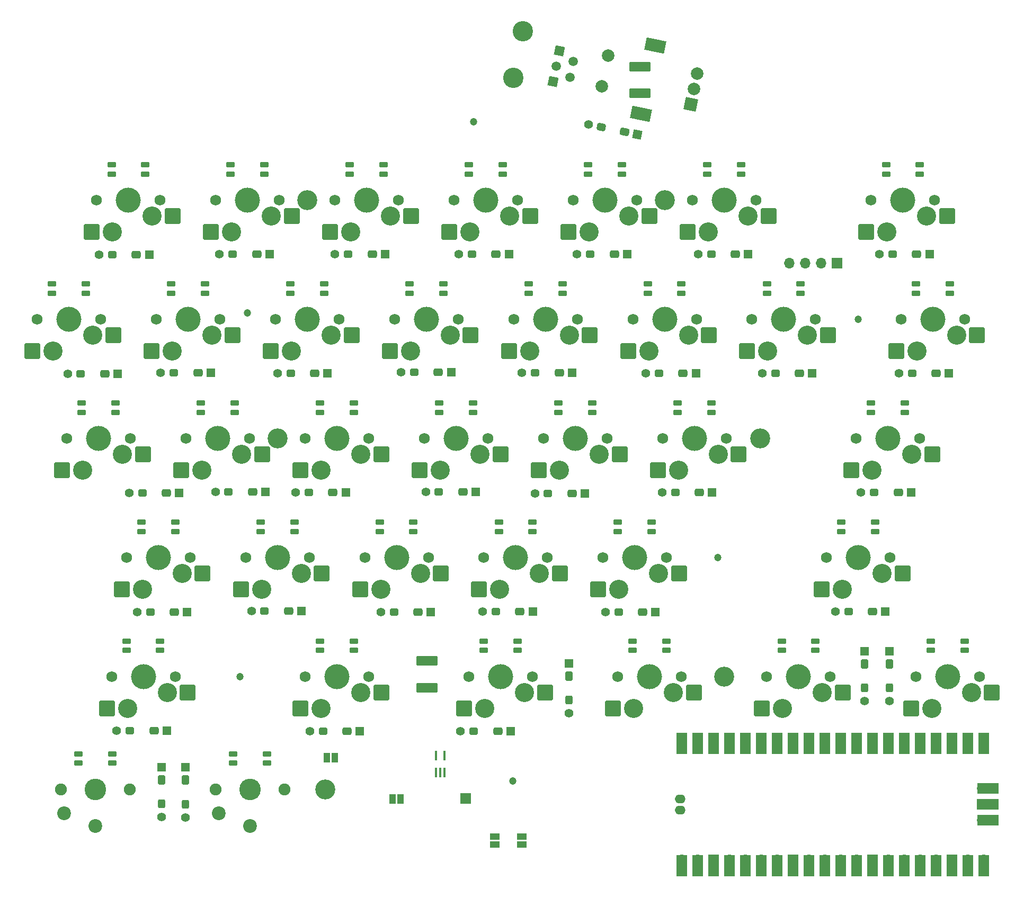
<source format=gbr>
%TF.GenerationSoftware,KiCad,Pcbnew,8.0.7*%
%TF.CreationDate,2025-08-07T20:18:05+02:00*%
%TF.ProjectId,pcb_keyboard_dx_rj11,7063625f-6b65-4796-926f-6172645f6478,rev?*%
%TF.SameCoordinates,Original*%
%TF.FileFunction,Soldermask,Bot*%
%TF.FilePolarity,Negative*%
%FSLAX46Y46*%
G04 Gerber Fmt 4.6, Leading zero omitted, Abs format (unit mm)*
G04 Created by KiCad (PCBNEW 8.0.7) date 2025-08-07 20:18:05*
%MOMM*%
%LPD*%
G01*
G04 APERTURE LIST*
G04 Aperture macros list*
%AMRoundRect*
0 Rectangle with rounded corners*
0 $1 Rounding radius*
0 $2 $3 $4 $5 $6 $7 $8 $9 X,Y pos of 4 corners*
0 Add a 4 corners polygon primitive as box body*
4,1,4,$2,$3,$4,$5,$6,$7,$8,$9,$2,$3,0*
0 Add four circle primitives for the rounded corners*
1,1,$1+$1,$2,$3*
1,1,$1+$1,$4,$5*
1,1,$1+$1,$6,$7*
1,1,$1+$1,$8,$9*
0 Add four rect primitives between the rounded corners*
20,1,$1+$1,$2,$3,$4,$5,0*
20,1,$1+$1,$4,$5,$6,$7,0*
20,1,$1+$1,$6,$7,$8,$9,0*
20,1,$1+$1,$8,$9,$2,$3,0*%
%AMRotRect*
0 Rectangle, with rotation*
0 The origin of the aperture is its center*
0 $1 length*
0 $2 width*
0 $3 Rotation angle, in degrees counterclockwise*
0 Add horizontal line*
21,1,$1,$2,0,0,$3*%
G04 Aperture macros list end*
%ADD10C,1.900000*%
%ADD11C,3.450000*%
%ADD12C,2.200000*%
%ADD13C,1.200000*%
%ADD14C,3.200000*%
%ADD15C,1.750000*%
%ADD16C,3.050000*%
%ADD17C,4.000000*%
%ADD18RoundRect,0.250000X1.025000X1.000000X-1.025000X1.000000X-1.025000X-1.000000X1.025000X-1.000000X0*%
%ADD19R,1.700000X1.700000*%
%ADD20C,3.250000*%
%ADD21RotRect,1.520000X1.520000X258.400000*%
%ADD22C,1.520000*%
%ADD23RotRect,2.000000X2.000000X168.400000*%
%ADD24C,2.000000*%
%ADD25RotRect,3.200000X2.000000X168.400000*%
%ADD26R,1.400000X1.400000*%
%ADD27RoundRect,0.300000X-0.300000X0.450000X-0.300000X-0.450000X0.300000X-0.450000X0.300000X0.450000X0*%
%ADD28RoundRect,0.300000X-0.300000X0.400000X-0.300000X-0.400000X0.300000X-0.400000X0.300000X0.400000X0*%
%ADD29C,1.400000*%
%ADD30R,1.000000X1.500000*%
%ADD31R,1.500000X1.000000*%
%ADD32RoundRect,0.205000X-0.495000X-0.205000X0.495000X-0.205000X0.495000X0.205000X-0.495000X0.205000X0*%
%ADD33RoundRect,0.300000X0.450000X0.300000X-0.450000X0.300000X-0.450000X-0.300000X0.450000X-0.300000X0*%
%ADD34RoundRect,0.300000X0.400000X0.300000X-0.400000X0.300000X-0.400000X-0.300000X0.400000X-0.300000X0*%
%ADD35O,1.700000X1.700000*%
%ADD36R,1.700000X3.500000*%
%ADD37R,3.500000X1.700000*%
%ADD38O,1.700000X1.400000*%
%ADD39RoundRect,0.205000X0.495000X0.205000X-0.495000X0.205000X-0.495000X-0.205000X0.495000X-0.205000X0*%
%ADD40RotRect,1.400000X1.400000X168.400000*%
%ADD41RoundRect,0.300000X0.501132X0.203388X-0.380485X0.384358X-0.501132X-0.203388X0.380485X-0.384358X0*%
%ADD42RoundRect,0.300000X0.452153X0.213441X-0.331507X0.374304X-0.452153X-0.213441X0.331507X-0.374304X0*%
%ADD43RoundRect,0.100000X0.100000X-0.650000X0.100000X0.650000X-0.100000X0.650000X-0.100000X-0.650000X0*%
%ADD44RoundRect,0.250000X-1.450000X0.537500X-1.450000X-0.537500X1.450000X-0.537500X1.450000X0.537500X0*%
G04 APERTURE END LIST*
D10*
%TO.C,S3*%
X47075669Y-149882000D03*
D11*
X41575669Y-149882000D03*
D10*
X36075669Y-149882000D03*
D12*
X41575669Y-155782000D03*
X36575669Y-153682000D03*
%TD*%
D13*
%TO.C,H2*%
X101983169Y-43163000D03*
%TD*%
D14*
%TO.C,H8*%
X142108169Y-131877000D03*
%TD*%
D15*
%TO.C,S8*%
X54324419Y-131857000D03*
D16*
X53054419Y-134397000D03*
D17*
X49244419Y-131857000D03*
D16*
X46704419Y-136937000D03*
D15*
X44164419Y-131857000D03*
D18*
X56329419Y-134397000D03*
X43402419Y-136937000D03*
%TD*%
D14*
%TO.C,H6*%
X75418169Y-55687000D03*
%TD*%
D15*
%TO.C,S18*%
X94788169Y-112817000D03*
D16*
X93518169Y-115357000D03*
D17*
X89708169Y-112817000D03*
D16*
X87168169Y-117897000D03*
D15*
X84628169Y-112817000D03*
D18*
X96793169Y-115357000D03*
X83866169Y-117897000D03*
%TD*%
D13*
%TO.C,H3*%
X163494669Y-74737000D03*
%TD*%
D15*
%TO.C,S6*%
X66228169Y-93777000D03*
D16*
X64958169Y-96317000D03*
D17*
X61148169Y-93777000D03*
D16*
X58608169Y-98857000D03*
D15*
X56068169Y-93777000D03*
D18*
X68233169Y-96317000D03*
X55306169Y-98857000D03*
%TD*%
D15*
%TO.C,S32*%
X175718169Y-55687000D03*
D16*
X174448169Y-58227000D03*
D17*
X170638169Y-55687000D03*
D16*
X168098169Y-60767000D03*
D15*
X165558169Y-55687000D03*
D18*
X177723169Y-58227000D03*
X164796169Y-60767000D03*
%TD*%
D15*
%TO.C,S33*%
X180480669Y-74737000D03*
D16*
X179210669Y-77277000D03*
D17*
X175400669Y-74737000D03*
D16*
X172860669Y-79817000D03*
D15*
X170320669Y-74737000D03*
D18*
X182485669Y-77277000D03*
X169558669Y-79817000D03*
%TD*%
D15*
%TO.C,S25*%
X137628169Y-74737000D03*
D16*
X136358169Y-77277000D03*
D17*
X132548169Y-74737000D03*
D16*
X130008169Y-79817000D03*
D15*
X127468169Y-74737000D03*
D18*
X139633169Y-77277000D03*
X126706169Y-79817000D03*
%TD*%
D14*
%TO.C,H12*%
X78325669Y-149882000D03*
%TD*%
D15*
%TO.C,S5*%
X61468169Y-74737000D03*
D16*
X60198169Y-77277000D03*
D17*
X56388169Y-74737000D03*
D16*
X53848169Y-79817000D03*
D15*
X51308169Y-74737000D03*
D18*
X63473169Y-77277000D03*
X50546169Y-79817000D03*
%TD*%
D15*
%TO.C,S7*%
X56708169Y-112817000D03*
D16*
X55438169Y-115357000D03*
D17*
X51628169Y-112817000D03*
D16*
X49088169Y-117897000D03*
D15*
X46548169Y-112817000D03*
D18*
X58713169Y-115357000D03*
X45786169Y-117897000D03*
%TD*%
D15*
%TO.C,S36*%
X182861919Y-131857000D03*
D16*
X181591919Y-134397000D03*
D17*
X177781919Y-131857000D03*
D16*
X175241919Y-136937000D03*
D15*
X172701919Y-131857000D03*
D18*
X184866919Y-134397000D03*
X171939919Y-136937000D03*
%TD*%
D15*
%TO.C,S30*%
X156668169Y-74737000D03*
D16*
X155398169Y-77277000D03*
D17*
X151588169Y-74737000D03*
D16*
X149048169Y-79817000D03*
D15*
X146508169Y-74737000D03*
D18*
X158673169Y-77277000D03*
X145746169Y-79817000D03*
%TD*%
D15*
%TO.C,S2*%
X47188169Y-93777000D03*
D16*
X45918169Y-96317000D03*
D17*
X42108169Y-93777000D03*
D16*
X39568169Y-98857000D03*
D15*
X37028169Y-93777000D03*
D18*
X49193169Y-96317000D03*
X36266169Y-98857000D03*
%TD*%
D13*
%TO.C,H13*%
X141097169Y-112817000D03*
%TD*%
D15*
%TO.C,S27*%
X132868169Y-112817000D03*
D16*
X131598169Y-115357000D03*
D17*
X127788169Y-112817000D03*
D16*
X125248169Y-117897000D03*
D15*
X122708169Y-112817000D03*
D18*
X134873169Y-115357000D03*
X121946169Y-117897000D03*
%TD*%
D15*
%TO.C,S9*%
X70983169Y-55687000D03*
D16*
X69713169Y-58227000D03*
D17*
X65903169Y-55687000D03*
D16*
X63363169Y-60767000D03*
D15*
X60823169Y-55687000D03*
D18*
X72988169Y-58227000D03*
X60061169Y-60767000D03*
%TD*%
D15*
%TO.C,S10*%
X80508169Y-74737000D03*
D16*
X79238169Y-77277000D03*
D17*
X75428169Y-74737000D03*
D16*
X72888169Y-79817000D03*
D15*
X70348169Y-74737000D03*
D18*
X82513169Y-77277000D03*
X69586169Y-79817000D03*
%TD*%
D15*
%TO.C,S1*%
X42428169Y-74737000D03*
D16*
X41158169Y-77277000D03*
D17*
X37348169Y-74737000D03*
D16*
X34808169Y-79817000D03*
D15*
X32268169Y-74737000D03*
D18*
X44433169Y-77277000D03*
X31506169Y-79817000D03*
%TD*%
D19*
%TO.C,TP1*%
X100758169Y-151317000D03*
%TD*%
D15*
%TO.C,S13*%
X85265669Y-131857000D03*
D16*
X83995669Y-134397000D03*
D17*
X80185669Y-131857000D03*
D16*
X77645669Y-136937000D03*
D15*
X75105669Y-131857000D03*
D18*
X87270669Y-134397000D03*
X74343669Y-136937000D03*
%TD*%
D15*
%TO.C,S17*%
X104308169Y-93777000D03*
D16*
X103038169Y-96317000D03*
D17*
X99228169Y-93777000D03*
D16*
X96688169Y-98857000D03*
D15*
X94148169Y-93777000D03*
D18*
X106313169Y-96317000D03*
X93386169Y-98857000D03*
%TD*%
D14*
%TO.C,H10*%
X70663169Y-93777000D03*
%TD*%
%TO.C,H9*%
X147808169Y-93777000D03*
%TD*%
%TO.C,H7*%
X132548169Y-55687000D03*
%TD*%
D15*
%TO.C,S23*%
X111446919Y-131857000D03*
D16*
X110176919Y-134397000D03*
D17*
X106366919Y-131857000D03*
D16*
X103826919Y-136937000D03*
D15*
X101286919Y-131857000D03*
D18*
X113451919Y-134397000D03*
X100524919Y-136937000D03*
%TD*%
D15*
%TO.C,S21*%
X123348169Y-93777000D03*
D16*
X122078169Y-96317000D03*
D17*
X118268169Y-93777000D03*
D16*
X115728169Y-98857000D03*
D15*
X113188169Y-93777000D03*
D18*
X125353169Y-96317000D03*
X112426169Y-98857000D03*
%TD*%
D15*
%TO.C,S31*%
X159046919Y-131857000D03*
D16*
X157776919Y-134397000D03*
D17*
X153966919Y-131857000D03*
D16*
X151426919Y-136937000D03*
D15*
X148886919Y-131857000D03*
D18*
X161051919Y-134397000D03*
X148124919Y-136937000D03*
%TD*%
D15*
%TO.C,S28*%
X135246919Y-131857000D03*
D16*
X133976919Y-134397000D03*
D17*
X130166919Y-131857000D03*
D16*
X127626919Y-136937000D03*
D15*
X125086919Y-131857000D03*
D18*
X137251919Y-134397000D03*
X124324919Y-136937000D03*
%TD*%
D15*
%TO.C,S24*%
X128103169Y-55687000D03*
D16*
X126833169Y-58227000D03*
D17*
X123023169Y-55687000D03*
D16*
X120483169Y-60767000D03*
D15*
X117943169Y-55687000D03*
D18*
X130108169Y-58227000D03*
X117181169Y-60767000D03*
%TD*%
D15*
%TO.C,S35*%
X168574419Y-112817000D03*
D16*
X167304419Y-115357000D03*
D17*
X163494419Y-112817000D03*
D16*
X160954419Y-117897000D03*
D15*
X158414419Y-112817000D03*
D18*
X170579419Y-115357000D03*
X157652419Y-117897000D03*
%TD*%
D20*
%TO.C,J1*%
X109894419Y-28667000D03*
X108362206Y-36131364D03*
D21*
X115740719Y-31765855D03*
X114719243Y-36742098D03*
D22*
X117973469Y-33520656D03*
X115229980Y-34253978D03*
X117462732Y-36008775D03*
%TD*%
D15*
%TO.C,S26*%
X142388169Y-93777000D03*
D16*
X141118169Y-96317000D03*
D17*
X137308169Y-93777000D03*
D16*
X134768169Y-98857000D03*
D15*
X132228169Y-93777000D03*
D18*
X144393169Y-96317000D03*
X131466169Y-98857000D03*
%TD*%
D15*
%TO.C,S11*%
X85268169Y-93777000D03*
D16*
X83998169Y-96317000D03*
D17*
X80188169Y-93777000D03*
D16*
X77648169Y-98857000D03*
D15*
X75108169Y-93777000D03*
D18*
X87273169Y-96317000D03*
X74346169Y-98857000D03*
%TD*%
D13*
%TO.C,H11*%
X108325669Y-148506000D03*
%TD*%
D15*
%TO.C,S4*%
X51943169Y-55687000D03*
D16*
X50673169Y-58227000D03*
D17*
X46863169Y-55687000D03*
D16*
X44323169Y-60767000D03*
D15*
X41783169Y-55687000D03*
D18*
X53948169Y-58227000D03*
X41021169Y-60767000D03*
%TD*%
D13*
%TO.C,H4*%
X64723419Y-131857000D03*
%TD*%
D15*
%TO.C,S12*%
X75748169Y-112817000D03*
D16*
X74478169Y-115357000D03*
D17*
X70668169Y-112817000D03*
D16*
X68128169Y-117897000D03*
D15*
X65588169Y-112817000D03*
D18*
X77753169Y-115357000D03*
X64826169Y-117897000D03*
%TD*%
D10*
%TO.C,S14*%
X71825669Y-149882000D03*
D11*
X66325669Y-149882000D03*
D10*
X60825669Y-149882000D03*
D12*
X66325669Y-155782000D03*
X61325669Y-153682000D03*
%TD*%
D15*
%TO.C,S20*%
X118588169Y-74737000D03*
D16*
X117318169Y-77277000D03*
D17*
X113508169Y-74737000D03*
D16*
X110968169Y-79817000D03*
D15*
X108428169Y-74737000D03*
D18*
X120593169Y-77277000D03*
X107666169Y-79817000D03*
%TD*%
D15*
%TO.C,S19*%
X109063169Y-55687000D03*
D16*
X107793169Y-58227000D03*
D17*
X103983169Y-55687000D03*
D16*
X101443169Y-60767000D03*
D15*
X98903169Y-55687000D03*
D18*
X111068169Y-58227000D03*
X98141169Y-60767000D03*
%TD*%
D15*
%TO.C,S22*%
X113828169Y-112817000D03*
D16*
X112558169Y-115357000D03*
D17*
X108748169Y-112817000D03*
D16*
X106208169Y-117897000D03*
D15*
X103668169Y-112817000D03*
D18*
X115833169Y-115357000D03*
X102906169Y-117897000D03*
%TD*%
D15*
%TO.C,S15*%
X90023169Y-55687000D03*
D16*
X88753169Y-58227000D03*
D17*
X84943169Y-55687000D03*
D16*
X82403169Y-60767000D03*
D15*
X79863169Y-55687000D03*
D18*
X92028169Y-58227000D03*
X79101169Y-60767000D03*
%TD*%
D15*
%TO.C,S16*%
X99548169Y-74737000D03*
D16*
X98278169Y-77277000D03*
D17*
X94468169Y-74737000D03*
D16*
X91928169Y-79817000D03*
D15*
X89388169Y-74737000D03*
D18*
X101553169Y-77277000D03*
X88626169Y-79817000D03*
%TD*%
D23*
%TO.C,SW2*%
X136754362Y-40344877D03*
D24*
X137759750Y-35447000D03*
X137257055Y-37895938D03*
D25*
X128784205Y-41873475D03*
X131036277Y-30902233D03*
D24*
X123555909Y-32531370D03*
X122550519Y-37429247D03*
%TD*%
D15*
%TO.C,S29*%
X147143169Y-55687000D03*
D16*
X145873169Y-58227000D03*
D17*
X142063169Y-55687000D03*
D16*
X139523169Y-60767000D03*
D15*
X136983169Y-55687000D03*
D18*
X149148169Y-58227000D03*
X136221169Y-60767000D03*
%TD*%
D13*
%TO.C,H1*%
X65903169Y-73737000D03*
%TD*%
D15*
%TO.C,S34*%
X173336919Y-93777000D03*
D16*
X172066919Y-96317000D03*
D17*
X168256919Y-93777000D03*
D16*
X165716919Y-98857000D03*
D15*
X163176919Y-93777000D03*
D18*
X175341919Y-96317000D03*
X162414919Y-98857000D03*
%TD*%
D26*
%TO.C,D31*%
X164473169Y-127787000D03*
D27*
X164473169Y-129837000D03*
D28*
X164473169Y-133687000D03*
D29*
X164473169Y-135787000D03*
%TD*%
D30*
%TO.C,JP3*%
X78535669Y-144852000D03*
X79835669Y-144852000D03*
%TD*%
D31*
%TO.C,JP2*%
X109733169Y-157437000D03*
X109733169Y-158737000D03*
%TD*%
D32*
%TO.C,LED21*%
X120968169Y-89588000D03*
X120968169Y-88088000D03*
X115568169Y-88088000D03*
X115568169Y-89588000D03*
%TD*%
D26*
%TO.C,D11*%
X81593169Y-102427000D03*
D33*
X79543169Y-102427000D03*
D34*
X75693169Y-102427000D03*
D29*
X73593169Y-102427000D03*
%TD*%
D32*
%TO.C,LED32*%
X173338169Y-51498000D03*
X173338169Y-49998000D03*
X167938169Y-49998000D03*
X167938169Y-51498000D03*
%TD*%
%TO.C,LED36*%
X180481919Y-127668000D03*
X180481919Y-126168000D03*
X175081919Y-126168000D03*
X175081919Y-127668000D03*
%TD*%
D26*
%TO.C,D9*%
X69413169Y-64317000D03*
D33*
X67363169Y-64317000D03*
D34*
X63513169Y-64317000D03*
D29*
X61413169Y-64317000D03*
%TD*%
D32*
%TO.C,LED24*%
X125723169Y-51498000D03*
X125723169Y-49998000D03*
X120323169Y-49998000D03*
X120323169Y-51498000D03*
%TD*%
D35*
%TO.C,U1*%
X135303169Y-143407000D03*
D36*
X135303169Y-142507000D03*
D35*
X137843169Y-143407000D03*
D36*
X137843169Y-142507000D03*
D19*
X140383169Y-143407000D03*
D36*
X140383169Y-142507000D03*
D35*
X142923169Y-143407000D03*
D36*
X142923169Y-142507000D03*
D35*
X145463169Y-143407000D03*
D36*
X145463169Y-142507000D03*
D35*
X148003169Y-143407000D03*
D36*
X148003169Y-142507000D03*
D35*
X150543169Y-143407000D03*
D36*
X150543169Y-142507000D03*
D19*
X153083169Y-143407000D03*
D36*
X153083169Y-142507000D03*
D35*
X155623169Y-143407000D03*
D36*
X155623169Y-142507000D03*
D35*
X158163169Y-143407000D03*
D36*
X158163169Y-142507000D03*
D35*
X160703169Y-143407000D03*
D36*
X160703169Y-142507000D03*
D35*
X163243169Y-143407000D03*
D36*
X163243169Y-142507000D03*
D19*
X165783169Y-143407000D03*
D36*
X165783169Y-142507000D03*
D35*
X168323169Y-143407000D03*
D36*
X168323169Y-142507000D03*
D35*
X170863169Y-143407000D03*
D36*
X170863169Y-142507000D03*
D35*
X173403169Y-143407000D03*
D36*
X173403169Y-142507000D03*
D35*
X175943169Y-143407000D03*
D36*
X175943169Y-142507000D03*
D19*
X178483169Y-143407000D03*
D36*
X178483169Y-142507000D03*
D35*
X181023169Y-143407000D03*
D36*
X181023169Y-142507000D03*
D35*
X183563169Y-143407000D03*
D36*
X183563169Y-142507000D03*
D35*
X183563169Y-161187000D03*
D36*
X183563169Y-162087000D03*
D35*
X181023169Y-161187000D03*
D36*
X181023169Y-162087000D03*
D19*
X178483169Y-161187000D03*
D36*
X178483169Y-162087000D03*
D35*
X175943169Y-161187000D03*
D36*
X175943169Y-162087000D03*
D35*
X173403169Y-161187000D03*
D36*
X173403169Y-162087000D03*
D35*
X170863169Y-161187000D03*
D36*
X170863169Y-162087000D03*
D35*
X168323169Y-161187000D03*
D36*
X168323169Y-162087000D03*
D19*
X165783169Y-161187000D03*
D36*
X165783169Y-162087000D03*
D35*
X163243169Y-161187000D03*
D36*
X163243169Y-162087000D03*
D35*
X160703169Y-161187000D03*
D36*
X160703169Y-162087000D03*
D35*
X158163169Y-161187000D03*
D36*
X158163169Y-162087000D03*
D35*
X155623169Y-161187000D03*
D36*
X155623169Y-162087000D03*
D19*
X153083169Y-161187000D03*
D36*
X153083169Y-162087000D03*
D35*
X150543169Y-161187000D03*
D36*
X150543169Y-162087000D03*
D35*
X148003169Y-161187000D03*
D36*
X148003169Y-162087000D03*
D35*
X145463169Y-161187000D03*
D36*
X145463169Y-162087000D03*
D35*
X142923169Y-161187000D03*
D36*
X142923169Y-162087000D03*
D19*
X140383169Y-161187000D03*
D36*
X140383169Y-162087000D03*
D35*
X137843169Y-161187000D03*
D36*
X137843169Y-162087000D03*
D35*
X135303169Y-161187000D03*
D36*
X135303169Y-162087000D03*
D35*
X183333169Y-149757000D03*
D37*
X184233169Y-149757000D03*
D19*
X183333169Y-152297000D03*
D37*
X184233169Y-152297000D03*
D35*
X183333169Y-154837000D03*
D37*
X184233169Y-154837000D03*
D38*
X135033169Y-151397000D03*
X135033169Y-153197000D03*
%TD*%
D26*
%TO.C,D24*%
X126563169Y-64337000D03*
D33*
X124513169Y-64337000D03*
D34*
X120663169Y-64337000D03*
D29*
X118563169Y-64337000D03*
%TD*%
D39*
%TO.C,LED5*%
X53688169Y-69048000D03*
X53688169Y-70548000D03*
X59088169Y-70548000D03*
X59088169Y-69048000D03*
%TD*%
D26*
%TO.C,D28*%
X117253169Y-129717000D03*
D27*
X117253169Y-131767000D03*
D28*
X117253169Y-135617000D03*
D29*
X117253169Y-137717000D03*
%TD*%
D32*
%TO.C,LED2*%
X44808169Y-89588000D03*
X44808169Y-88088000D03*
X39408169Y-88088000D03*
X39408169Y-89588000D03*
%TD*%
D39*
%TO.C,LED12*%
X67968169Y-107128000D03*
X67968169Y-108628000D03*
X73368169Y-108628000D03*
X73368169Y-107128000D03*
%TD*%
D26*
%TO.C,D36*%
X168473169Y-127787000D03*
D27*
X168473169Y-129837000D03*
D28*
X168473169Y-133687000D03*
D29*
X168473169Y-135787000D03*
%TD*%
D26*
%TO.C,D12*%
X74520669Y-121398250D03*
D33*
X72470669Y-121398250D03*
D34*
X68620669Y-121398250D03*
D29*
X66520669Y-121398250D03*
%TD*%
D32*
%TO.C,LED31*%
X156666919Y-127668000D03*
X156666919Y-126168000D03*
X151266919Y-126168000D03*
X151266919Y-127668000D03*
%TD*%
D26*
%TO.C,D25*%
X137543169Y-83317000D03*
D33*
X135493169Y-83317000D03*
D34*
X131643169Y-83317000D03*
D29*
X129543169Y-83317000D03*
%TD*%
D26*
%TO.C,D3*%
X52133169Y-146317000D03*
D27*
X52133169Y-148367000D03*
D28*
X52133169Y-152217000D03*
D29*
X52133169Y-154317000D03*
%TD*%
D26*
%TO.C,D22*%
X111473169Y-121447000D03*
D33*
X109423169Y-121447000D03*
D34*
X105573169Y-121447000D03*
D29*
X103473169Y-121447000D03*
%TD*%
D26*
%TO.C,D33*%
X178003169Y-83377000D03*
D33*
X175953169Y-83377000D03*
D34*
X172103169Y-83377000D03*
D29*
X170003169Y-83377000D03*
%TD*%
D26*
%TO.C,D7*%
X56253169Y-121577000D03*
D33*
X54203169Y-121577000D03*
D34*
X50353169Y-121577000D03*
D29*
X48253169Y-121577000D03*
%TD*%
D26*
%TO.C,D30*%
X156143169Y-83357000D03*
D33*
X154093169Y-83357000D03*
D34*
X150243169Y-83357000D03*
D29*
X148143169Y-83357000D03*
%TD*%
D32*
%TO.C,LED13*%
X82885669Y-127668000D03*
X82885669Y-126168000D03*
X77485669Y-126168000D03*
X77485669Y-127668000D03*
%TD*%
D39*
%TO.C,LED35*%
X160794419Y-107128000D03*
X160794419Y-108628000D03*
X166194419Y-108628000D03*
X166194419Y-107128000D03*
%TD*%
D26*
%TO.C,D14*%
X55941919Y-146354500D03*
D27*
X55941919Y-148404500D03*
D28*
X55941919Y-152254500D03*
D29*
X55941919Y-154354500D03*
%TD*%
D32*
%TO.C,LED28*%
X132866919Y-127668000D03*
X132866919Y-126168000D03*
X127466919Y-126168000D03*
X127466919Y-127668000D03*
%TD*%
D26*
%TO.C,D15*%
X87883169Y-64307000D03*
D33*
X85833169Y-64307000D03*
D34*
X81983169Y-64307000D03*
D29*
X79883169Y-64307000D03*
%TD*%
D26*
%TO.C,D16*%
X98443169Y-83197000D03*
D33*
X96393169Y-83197000D03*
D34*
X92543169Y-83197000D03*
D29*
X90443169Y-83197000D03*
%TD*%
D39*
%TO.C,LED22*%
X106048169Y-107128000D03*
X106048169Y-108628000D03*
X111448169Y-108628000D03*
X111448169Y-107128000D03*
%TD*%
D32*
%TO.C,LED26*%
X140008169Y-89588000D03*
X140008169Y-88088000D03*
X134608169Y-88088000D03*
X134608169Y-89588000D03*
%TD*%
D39*
%TO.C,LED20*%
X110808169Y-69048000D03*
X110808169Y-70548000D03*
X116208169Y-70548000D03*
X116208169Y-69048000D03*
%TD*%
D26*
%TO.C,D1*%
X45133169Y-83397000D03*
D33*
X43083169Y-83397000D03*
D34*
X39233169Y-83397000D03*
D29*
X37133169Y-83397000D03*
%TD*%
D32*
%TO.C,LED34*%
X170956919Y-89588000D03*
X170956919Y-88088000D03*
X165556919Y-88088000D03*
X165556919Y-89588000D03*
%TD*%
D39*
%TO.C,LED10*%
X72728169Y-69048000D03*
X72728169Y-70548000D03*
X78128169Y-70548000D03*
X78128169Y-69048000D03*
%TD*%
D32*
%TO.C,LED11*%
X82888169Y-89588000D03*
X82888169Y-88088000D03*
X77488169Y-88088000D03*
X77488169Y-89588000D03*
%TD*%
D19*
%TO.C,J4*%
X160093169Y-65702000D03*
D35*
X157553169Y-65702000D03*
X155013169Y-65702000D03*
X152473169Y-65702000D03*
%TD*%
D32*
%TO.C,LED15*%
X87643169Y-51498000D03*
X87643169Y-49998000D03*
X82243169Y-49998000D03*
X82243169Y-51498000D03*
%TD*%
D26*
%TO.C,D6*%
X68764419Y-102357000D03*
D33*
X66714419Y-102357000D03*
D34*
X62864419Y-102357000D03*
D29*
X60764419Y-102357000D03*
%TD*%
D39*
%TO.C,LED30*%
X148888169Y-69048000D03*
X148888169Y-70548000D03*
X154288169Y-70548000D03*
X154288169Y-69048000D03*
%TD*%
D32*
%TO.C,LED4*%
X49563169Y-51498000D03*
X49563169Y-49998000D03*
X44163169Y-49998000D03*
X44163169Y-51498000D03*
%TD*%
D26*
%TO.C,D17*%
X102373169Y-102357000D03*
D33*
X100323169Y-102357000D03*
D34*
X96473169Y-102357000D03*
D29*
X94373169Y-102357000D03*
%TD*%
D40*
%TO.C,D37*%
X128201470Y-45181312D03*
D41*
X126193341Y-44769102D03*
D42*
X122421976Y-43994952D03*
D29*
X120364868Y-43572688D03*
%TD*%
D26*
%TO.C,D18*%
X95183169Y-121527000D03*
D33*
X93133169Y-121527000D03*
D34*
X89283169Y-121527000D03*
D29*
X87183169Y-121527000D03*
%TD*%
D39*
%TO.C,LED25*%
X129848169Y-69048000D03*
X129848169Y-70548000D03*
X135248169Y-70548000D03*
X135248169Y-69048000D03*
%TD*%
D26*
%TO.C,D34*%
X171943169Y-102377000D03*
D33*
X169893169Y-102377000D03*
D34*
X166043169Y-102377000D03*
D29*
X163943169Y-102377000D03*
%TD*%
D26*
%TO.C,D21*%
X119813169Y-102537000D03*
D33*
X117763169Y-102537000D03*
D34*
X113913169Y-102537000D03*
D29*
X111813169Y-102537000D03*
%TD*%
D26*
%TO.C,D19*%
X107663169Y-64270419D03*
D33*
X105613169Y-64270419D03*
D34*
X101763169Y-64270419D03*
D29*
X99663169Y-64270419D03*
%TD*%
D31*
%TO.C,JP1*%
X105443169Y-157407000D03*
X105443169Y-158707000D03*
%TD*%
D39*
%TO.C,LED16*%
X91768169Y-69048000D03*
X91768169Y-70548000D03*
X97168169Y-70548000D03*
X97168169Y-69048000D03*
%TD*%
D32*
%TO.C,LED17*%
X101928169Y-89588000D03*
X101928169Y-88088000D03*
X96528169Y-88088000D03*
X96528169Y-89588000D03*
%TD*%
D43*
%TO.C,U2*%
X97335669Y-147157000D03*
X96685669Y-147157000D03*
X96035669Y-147157000D03*
X96035669Y-144497000D03*
X97335669Y-144497000D03*
%TD*%
D26*
%TO.C,D35*%
X167843169Y-121477000D03*
D33*
X165793169Y-121477000D03*
D34*
X161943169Y-121477000D03*
D29*
X159843169Y-121477000D03*
%TD*%
D32*
%TO.C,LED29*%
X144763169Y-51498000D03*
X144763169Y-49998000D03*
X139363169Y-49998000D03*
X139363169Y-51498000D03*
%TD*%
D26*
%TO.C,D10*%
X78693169Y-83317000D03*
D33*
X76643169Y-83317000D03*
D34*
X72793169Y-83317000D03*
D29*
X70693169Y-83317000D03*
%TD*%
D30*
%TO.C,JP4*%
X89063169Y-151457000D03*
X90363169Y-151457000D03*
%TD*%
D39*
%TO.C,LED7*%
X48928169Y-107128000D03*
X48928169Y-108628000D03*
X54328169Y-108628000D03*
X54328169Y-107128000D03*
%TD*%
D26*
%TO.C,D23*%
X107933169Y-140567000D03*
D33*
X105883169Y-140567000D03*
D34*
X102033169Y-140567000D03*
D29*
X99933169Y-140567000D03*
%TD*%
D39*
%TO.C,LED1*%
X34648169Y-69048000D03*
X34648169Y-70548000D03*
X40048169Y-70548000D03*
X40048169Y-69048000D03*
%TD*%
%TO.C,LED3*%
X38875669Y-144193000D03*
X38875669Y-145693000D03*
X44275669Y-145693000D03*
X44275669Y-144193000D03*
%TD*%
D26*
%TO.C,D29*%
X145923169Y-64270419D03*
D33*
X143873169Y-64270419D03*
D34*
X140023169Y-64270419D03*
D29*
X137923169Y-64270419D03*
%TD*%
D26*
%TO.C,D4*%
X50183169Y-64367000D03*
D33*
X48133169Y-64367000D03*
D34*
X44283169Y-64367000D03*
D29*
X42183169Y-64367000D03*
%TD*%
D39*
%TO.C,LED27*%
X125088169Y-107128000D03*
X125088169Y-108628000D03*
X130488169Y-108628000D03*
X130488169Y-107128000D03*
%TD*%
D26*
%TO.C,D20*%
X117763169Y-83257000D03*
D33*
X115713169Y-83257000D03*
D34*
X111863169Y-83257000D03*
D29*
X109763169Y-83257000D03*
%TD*%
D32*
%TO.C,LED19*%
X106683169Y-51498000D03*
X106683169Y-49998000D03*
X101283169Y-49998000D03*
X101283169Y-51498000D03*
%TD*%
D39*
%TO.C,LED14*%
X63625669Y-144193000D03*
X63625669Y-145693000D03*
X69025669Y-145693000D03*
X69025669Y-144193000D03*
%TD*%
D26*
%TO.C,D8*%
X52980669Y-140468250D03*
D33*
X50930669Y-140468250D03*
D34*
X47080669Y-140468250D03*
D29*
X44980669Y-140468250D03*
%TD*%
D26*
%TO.C,D27*%
X131103169Y-121547000D03*
D33*
X129053169Y-121547000D03*
D34*
X125203169Y-121547000D03*
D29*
X123103169Y-121547000D03*
%TD*%
D26*
%TO.C,D26*%
X140143169Y-102397000D03*
D33*
X138093169Y-102397000D03*
D34*
X134243169Y-102397000D03*
D29*
X132143169Y-102397000D03*
%TD*%
D32*
%TO.C,LED8*%
X51944419Y-127668000D03*
X51944419Y-126168000D03*
X46544419Y-126168000D03*
X46544419Y-127668000D03*
%TD*%
D39*
%TO.C,LED18*%
X87008169Y-107128000D03*
X87008169Y-108628000D03*
X92408169Y-108628000D03*
X92408169Y-107128000D03*
%TD*%
D26*
%TO.C,D2*%
X54973169Y-102467000D03*
D33*
X52923169Y-102467000D03*
D34*
X49073169Y-102467000D03*
D29*
X46973169Y-102467000D03*
%TD*%
D32*
%TO.C,LED9*%
X68603169Y-51498000D03*
X68603169Y-49998000D03*
X63203169Y-49998000D03*
X63203169Y-51498000D03*
%TD*%
D44*
%TO.C,C1*%
X94573169Y-129349500D03*
X94573169Y-133624500D03*
%TD*%
D32*
%TO.C,LED23*%
X109066919Y-127668000D03*
X109066919Y-126168000D03*
X103666919Y-126168000D03*
X103666919Y-127668000D03*
%TD*%
D26*
%TO.C,D32*%
X174893169Y-64277000D03*
D33*
X172843169Y-64277000D03*
D34*
X168993169Y-64277000D03*
D29*
X166893169Y-64277000D03*
%TD*%
D26*
%TO.C,D5*%
X60023169Y-83257000D03*
D33*
X57973169Y-83257000D03*
D34*
X54123169Y-83257000D03*
D29*
X52023169Y-83257000D03*
%TD*%
D44*
%TO.C,C2*%
X128623169Y-34309500D03*
X128623169Y-38584500D03*
%TD*%
D39*
%TO.C,LED33*%
X172700669Y-69048000D03*
X172700669Y-70548000D03*
X178100669Y-70548000D03*
X178100669Y-69048000D03*
%TD*%
D26*
%TO.C,D13*%
X83840669Y-140598250D03*
D33*
X81790669Y-140598250D03*
D34*
X77940669Y-140598250D03*
D29*
X75840669Y-140598250D03*
%TD*%
D32*
%TO.C,LED6*%
X63848169Y-89588000D03*
X63848169Y-88088000D03*
X58448169Y-88088000D03*
X58448169Y-89588000D03*
%TD*%
M02*

</source>
